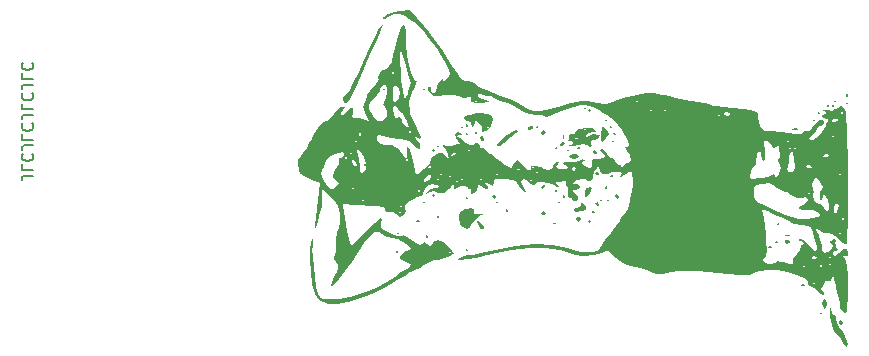
<source format=gbo>
%TF.GenerationSoftware,KiCad,Pcbnew,(6.0.9-0)*%
%TF.CreationDate,2023-03-20T13:18:36-04:00*%
%TF.ProjectId,dad_bod_02,6461645f-626f-4645-9f30-322e6b696361,rev?*%
%TF.SameCoordinates,Original*%
%TF.FileFunction,Legend,Bot*%
%TF.FilePolarity,Positive*%
%FSLAX46Y46*%
G04 Gerber Fmt 4.6, Leading zero omitted, Abs format (unit mm)*
G04 Created by KiCad (PCBNEW (6.0.9-0)) date 2023-03-20 13:18:36*
%MOMM*%
%LPD*%
G01*
G04 APERTURE LIST*
G04 Aperture macros list*
%AMRoundRect*
0 Rectangle with rounded corners*
0 $1 Rounding radius*
0 $2 $3 $4 $5 $6 $7 $8 $9 X,Y pos of 4 corners*
0 Add a 4 corners polygon primitive as box body*
4,1,4,$2,$3,$4,$5,$6,$7,$8,$9,$2,$3,0*
0 Add four circle primitives for the rounded corners*
1,1,$1+$1,$2,$3*
1,1,$1+$1,$4,$5*
1,1,$1+$1,$6,$7*
1,1,$1+$1,$8,$9*
0 Add four rect primitives between the rounded corners*
20,1,$1+$1,$2,$3,$4,$5,0*
20,1,$1+$1,$4,$5,$6,$7,0*
20,1,$1+$1,$6,$7,$8,$9,0*
20,1,$1+$1,$8,$9,$2,$3,0*%
G04 Aperture macros list end*
%ADD10C,0.150000*%
%ADD11C,1.524000*%
%ADD12R,2.200000X2.200000*%
%ADD13O,2.200000X2.200000*%
%ADD14C,3.200000*%
%ADD15C,2.300000*%
%ADD16C,1.755000*%
%ADD17C,2.025000*%
%ADD18R,1.700000X1.700000*%
%ADD19O,1.700000X1.700000*%
%ADD20RoundRect,0.250500X-0.499500X0.499500X-0.499500X-0.499500X0.499500X-0.499500X0.499500X0.499500X0*%
%ADD21C,1.500000*%
%ADD22RoundRect,0.250500X0.499500X0.499500X-0.499500X0.499500X-0.499500X-0.499500X0.499500X-0.499500X0*%
%ADD23R,1.050000X1.500000*%
%ADD24O,1.050000X1.500000*%
G04 APERTURE END LIST*
D10*
X93257619Y-101901047D02*
X92543333Y-101901047D01*
X92400476Y-101948666D01*
X92305238Y-102043904D01*
X92257619Y-102186761D01*
X92257619Y-102282000D01*
X92257619Y-100948666D02*
X92257619Y-101424857D01*
X93257619Y-101424857D01*
X92352857Y-100043904D02*
X92305238Y-100091523D01*
X92257619Y-100234380D01*
X92257619Y-100329619D01*
X92305238Y-100472476D01*
X92400476Y-100567714D01*
X92495714Y-100615333D01*
X92686190Y-100662952D01*
X92829047Y-100662952D01*
X93019523Y-100615333D01*
X93114761Y-100567714D01*
X93210000Y-100472476D01*
X93257619Y-100329619D01*
X93257619Y-100234380D01*
X93210000Y-100091523D01*
X93162380Y-100043904D01*
X93257619Y-99329619D02*
X92543333Y-99329619D01*
X92400476Y-99377238D01*
X92305238Y-99472476D01*
X92257619Y-99615333D01*
X92257619Y-99710571D01*
X92257619Y-98377238D02*
X92257619Y-98853428D01*
X93257619Y-98853428D01*
X92352857Y-97472476D02*
X92305238Y-97520095D01*
X92257619Y-97662952D01*
X92257619Y-97758190D01*
X92305238Y-97901047D01*
X92400476Y-97996285D01*
X92495714Y-98043904D01*
X92686190Y-98091523D01*
X92829047Y-98091523D01*
X93019523Y-98043904D01*
X93114761Y-97996285D01*
X93210000Y-97901047D01*
X93257619Y-97758190D01*
X93257619Y-97662952D01*
X93210000Y-97520095D01*
X93162380Y-97472476D01*
X93257619Y-96758190D02*
X92543333Y-96758190D01*
X92400476Y-96805809D01*
X92305238Y-96901047D01*
X92257619Y-97043904D01*
X92257619Y-97139142D01*
X92257619Y-95805809D02*
X92257619Y-96282000D01*
X93257619Y-96282000D01*
X92352857Y-94901047D02*
X92305238Y-94948666D01*
X92257619Y-95091523D01*
X92257619Y-95186761D01*
X92305238Y-95329619D01*
X92400476Y-95424857D01*
X92495714Y-95472476D01*
X92686190Y-95520095D01*
X92829047Y-95520095D01*
X93019523Y-95472476D01*
X93114761Y-95424857D01*
X93210000Y-95329619D01*
X93257619Y-95186761D01*
X93257619Y-95091523D01*
X93210000Y-94948666D01*
X93162380Y-94901047D01*
X93257619Y-94186761D02*
X92543333Y-94186761D01*
X92400476Y-94234380D01*
X92305238Y-94329619D01*
X92257619Y-94472476D01*
X92257619Y-94567714D01*
X92257619Y-93234380D02*
X92257619Y-93710571D01*
X93257619Y-93710571D01*
X92352857Y-92329619D02*
X92305238Y-92377238D01*
X92257619Y-92520095D01*
X92257619Y-92615333D01*
X92305238Y-92758190D01*
X92400476Y-92853428D01*
X92495714Y-92901047D01*
X92686190Y-92948666D01*
X92829047Y-92948666D01*
X93019523Y-92901047D01*
X93114761Y-92853428D01*
X93210000Y-92758190D01*
X93257619Y-92615333D01*
X93257619Y-92520095D01*
X93210000Y-92377238D01*
X93162380Y-92329619D01*
G36*
X138633121Y-99772290D02*
G01*
X138533121Y-99872290D01*
X138433121Y-99772290D01*
X138533121Y-99672290D01*
X138633121Y-99772290D01*
G37*
G36*
X136478382Y-102674583D02*
G01*
X136633121Y-102760486D01*
X136623917Y-102792568D01*
X136433121Y-102972290D01*
X136355648Y-103003540D01*
X136233121Y-102884093D01*
X136240806Y-102826040D01*
X136433121Y-102672290D01*
X136478382Y-102674583D01*
G37*
G36*
X137633121Y-99572290D02*
G01*
X137533121Y-99672290D01*
X137433121Y-99572290D01*
X137533121Y-99472290D01*
X137633121Y-99572290D01*
G37*
G36*
X162233121Y-95072290D02*
G01*
X162218687Y-95178169D01*
X162099787Y-95205623D01*
X162075851Y-95176309D01*
X162099787Y-94938956D01*
X162159944Y-94907667D01*
X162233121Y-95072290D01*
G37*
G36*
X127233121Y-103572290D02*
G01*
X127133121Y-103672290D01*
X127033121Y-103572290D01*
X127133121Y-103472290D01*
X127233121Y-103572290D01*
G37*
G36*
X140892973Y-99813339D02*
G01*
X141033121Y-99984093D01*
X141027921Y-100004053D01*
X140833121Y-100072290D01*
X140778303Y-100064150D01*
X140633121Y-99860486D01*
X140648824Y-99788147D01*
X140833121Y-99772290D01*
X140892973Y-99813339D01*
G37*
G36*
X136480926Y-98078101D02*
G01*
X136633121Y-98272290D01*
X136627309Y-98320095D01*
X136433121Y-98472290D01*
X136385315Y-98466478D01*
X136233121Y-98272290D01*
X136238932Y-98224484D01*
X136433121Y-98072290D01*
X136480926Y-98078101D01*
G37*
G36*
X139493629Y-105413281D02*
G01*
X139633121Y-105572290D01*
X139623709Y-105601218D01*
X139433121Y-105772290D01*
X139327193Y-105788308D01*
X139233121Y-105572290D01*
X139263682Y-105419783D01*
X139433121Y-105372290D01*
X139493629Y-105413281D01*
G37*
G36*
X159833121Y-96572290D02*
G01*
X159733121Y-96672290D01*
X159633121Y-96572290D01*
X159733121Y-96472290D01*
X159833121Y-96572290D01*
G37*
G36*
X130033121Y-108172290D02*
G01*
X129933121Y-108272290D01*
X129833121Y-108172290D01*
X129933121Y-108072290D01*
X130033121Y-108172290D01*
G37*
G36*
X138078382Y-99074583D02*
G01*
X138233121Y-99160486D01*
X138223917Y-99192568D01*
X138033121Y-99372290D01*
X137955648Y-99403540D01*
X137833121Y-99284093D01*
X137840806Y-99226040D01*
X138033121Y-99072290D01*
X138078382Y-99074583D01*
G37*
G36*
X140739000Y-104886723D02*
G01*
X140766454Y-105005623D01*
X140737140Y-105029559D01*
X140499787Y-105005623D01*
X140468498Y-104945466D01*
X140633121Y-104872290D01*
X140739000Y-104886723D01*
G37*
G36*
X157919306Y-97902220D02*
G01*
X157978954Y-97993123D01*
X157908196Y-98032755D01*
X157595621Y-98008912D01*
X157503047Y-97936923D01*
X157716454Y-97888079D01*
X157919306Y-97902220D01*
G37*
G36*
X160633121Y-95972290D02*
G01*
X160533121Y-96072290D01*
X160433121Y-95972290D01*
X160533121Y-95872290D01*
X160633121Y-95972290D01*
G37*
G36*
X121433121Y-100972290D02*
G01*
X121333121Y-101072290D01*
X121233121Y-100972290D01*
X121333121Y-100872290D01*
X121433121Y-100972290D01*
G37*
G36*
X141433121Y-103972290D02*
G01*
X141333121Y-104072290D01*
X141233121Y-103972290D01*
X141333121Y-103872290D01*
X141433121Y-103972290D01*
G37*
G36*
X157259963Y-107388879D02*
G01*
X157411321Y-107519585D01*
X157260770Y-107629740D01*
X157074772Y-107654253D01*
X156853638Y-107549978D01*
X156886481Y-107352262D01*
X156965527Y-107315491D01*
X157259963Y-107388879D01*
G37*
G36*
X126433121Y-104172290D02*
G01*
X126333121Y-104272290D01*
X126233121Y-104172290D01*
X126333121Y-104072290D01*
X126433121Y-104172290D01*
G37*
G36*
X130598226Y-104750311D02*
G01*
X130550976Y-105043398D01*
X130633111Y-105142403D01*
X130989173Y-105142479D01*
X131008149Y-105140021D01*
X131287974Y-105129983D01*
X131233121Y-105198787D01*
X131122657Y-105254822D01*
X130720478Y-105561880D01*
X130377962Y-105940536D01*
X130233121Y-106246230D01*
X130178214Y-106373907D01*
X129935427Y-106393143D01*
X129630738Y-106236235D01*
X129411377Y-105955308D01*
X129258960Y-105371343D01*
X129383604Y-104964881D01*
X129828700Y-104703800D01*
X129868221Y-104690485D01*
X130344458Y-104620362D01*
X130598226Y-104750311D01*
G37*
G36*
X131328701Y-98510450D02*
G01*
X131433121Y-98784093D01*
X131404341Y-98926950D01*
X131233121Y-98972290D01*
X131178500Y-98931353D01*
X131033121Y-98660486D01*
X131038845Y-98615835D01*
X131233121Y-98472290D01*
X131328701Y-98510450D01*
G37*
G36*
X130033121Y-103772290D02*
G01*
X129933121Y-103872290D01*
X129833121Y-103772290D01*
X129933121Y-103672290D01*
X130033121Y-103772290D01*
G37*
G36*
X161673815Y-114102783D02*
G01*
X161766454Y-114363492D01*
X161745879Y-114490505D01*
X161599787Y-114551688D01*
X161576405Y-114535378D01*
X161433121Y-114260486D01*
X161436319Y-114223813D01*
X161599787Y-114072290D01*
X161673815Y-114102783D01*
G37*
G36*
X129633121Y-97772290D02*
G01*
X129533121Y-97872290D01*
X129433121Y-97772290D01*
X129533121Y-97672290D01*
X129633121Y-97772290D01*
G37*
G36*
X142539000Y-98286723D02*
G01*
X142566454Y-98405623D01*
X142537140Y-98429559D01*
X142299787Y-98405623D01*
X142268498Y-98345466D01*
X142433121Y-98272290D01*
X142539000Y-98286723D01*
G37*
G36*
X142433121Y-98972290D02*
G01*
X142333121Y-99072290D01*
X142233121Y-98972290D01*
X142333121Y-98872290D01*
X142433121Y-98972290D01*
G37*
G36*
X141725513Y-97914404D02*
G01*
X141942190Y-98130577D01*
X141982971Y-98367571D01*
X141754711Y-98722290D01*
X141686309Y-98810172D01*
X141446169Y-99047002D01*
X141327290Y-98978876D01*
X141318922Y-98577456D01*
X141410316Y-97814404D01*
X141480117Y-97771208D01*
X141725513Y-97914404D01*
G37*
G36*
X142033121Y-103972290D02*
G01*
X141933121Y-104072290D01*
X141833121Y-103972290D01*
X141933121Y-103872290D01*
X142033121Y-103972290D01*
G37*
G36*
X141092973Y-101613339D02*
G01*
X141233121Y-101784093D01*
X141227921Y-101804053D01*
X141033121Y-101872290D01*
X140978303Y-101864150D01*
X140833121Y-101660486D01*
X140848824Y-101588147D01*
X141033121Y-101572290D01*
X141092973Y-101613339D01*
G37*
G36*
X127633121Y-105372290D02*
G01*
X127533121Y-105472290D01*
X127433121Y-105372290D01*
X127533121Y-105272290D01*
X127633121Y-105372290D01*
G37*
G36*
X162233121Y-95772290D02*
G01*
X162133121Y-95872290D01*
X162033121Y-95772290D01*
X162133121Y-95672290D01*
X162233121Y-95772290D01*
G37*
G36*
X160033121Y-113572290D02*
G01*
X159933121Y-113672290D01*
X159833121Y-113572290D01*
X159933121Y-113472290D01*
X160033121Y-113572290D01*
G37*
G36*
X123033121Y-94572290D02*
G01*
X122933121Y-94672290D01*
X122833121Y-94572290D01*
X122933121Y-94472290D01*
X123033121Y-94572290D01*
G37*
G36*
X140433121Y-96372290D02*
G01*
X140333121Y-96472290D01*
X140233121Y-96372290D01*
X140333121Y-96272290D01*
X140433121Y-96372290D01*
G37*
G36*
X158539000Y-111086723D02*
G01*
X158566454Y-111205623D01*
X158537140Y-111229559D01*
X158299787Y-111205623D01*
X158268498Y-111145466D01*
X158433121Y-111072290D01*
X158539000Y-111086723D01*
G37*
G36*
X130033121Y-98372290D02*
G01*
X129933121Y-98472290D01*
X129833121Y-98372290D01*
X129933121Y-98272290D01*
X130033121Y-98372290D01*
G37*
G36*
X141833121Y-97172290D02*
G01*
X141733121Y-97272290D01*
X141633121Y-97172290D01*
X141733121Y-97072290D01*
X141833121Y-97172290D01*
G37*
G36*
X159433121Y-97172290D02*
G01*
X159333121Y-97272290D01*
X159233121Y-97172290D01*
X159333121Y-97072290D01*
X159433121Y-97172290D01*
G37*
G36*
X160774267Y-113222290D02*
G01*
X160869154Y-113502823D01*
X161047031Y-113672290D01*
X161084397Y-113675431D01*
X161209436Y-113822290D01*
X161205283Y-114156016D01*
X161486679Y-114708004D01*
X161703300Y-114993783D01*
X161973143Y-115472290D01*
X162074496Y-115703404D01*
X162219430Y-116175725D01*
X162171604Y-116379369D01*
X161933121Y-116272290D01*
X161773311Y-116100339D01*
X161633121Y-115769198D01*
X161603251Y-115645295D01*
X161345574Y-115404743D01*
X161319245Y-115392278D01*
X161076720Y-115089700D01*
X160856477Y-114542703D01*
X160703175Y-113890496D01*
X160661472Y-113272290D01*
X160677633Y-113011012D01*
X160708942Y-112927693D01*
X160774267Y-113222290D01*
G37*
G36*
X122795605Y-89295531D02*
G01*
X122626360Y-89797706D01*
X122357497Y-90405857D01*
X122279538Y-90566513D01*
X121942506Y-91287979D01*
X121541410Y-92175192D01*
X121147007Y-93072290D01*
X120654555Y-94185487D01*
X120245782Y-95035589D01*
X119940990Y-95559174D01*
X119722250Y-95781389D01*
X119571629Y-95727379D01*
X119471195Y-95422290D01*
X119478401Y-95229228D01*
X119676932Y-95072290D01*
X119768746Y-95018140D01*
X120025428Y-94675007D01*
X120358178Y-94083367D01*
X120719873Y-93322290D01*
X120822408Y-93090086D01*
X121279309Y-92070640D01*
X121752560Y-91033979D01*
X122154625Y-90172290D01*
X122253572Y-89967829D01*
X122543436Y-89419298D01*
X122747407Y-89111264D01*
X122826349Y-89105857D01*
X122795605Y-89295531D01*
G37*
G36*
X139265611Y-100109793D02*
G01*
X139433121Y-100272290D01*
X139358114Y-100388535D01*
X139033121Y-100472290D01*
X138800630Y-100434786D01*
X138633121Y-100272290D01*
X138708127Y-100156044D01*
X139033121Y-100072290D01*
X139265611Y-100109793D01*
G37*
G36*
X130833121Y-98272290D02*
G01*
X130818687Y-98378169D01*
X130699787Y-98405623D01*
X130675851Y-98376309D01*
X130699787Y-98138956D01*
X130759944Y-98107667D01*
X130833121Y-98272290D01*
G37*
G36*
X156433121Y-105972290D02*
G01*
X156333121Y-106072290D01*
X156233121Y-105972290D01*
X156333121Y-105872290D01*
X156433121Y-105972290D01*
G37*
G36*
X157319306Y-106902220D02*
G01*
X157378954Y-106993123D01*
X157308196Y-107032755D01*
X156995621Y-107008912D01*
X156903047Y-106936923D01*
X157116454Y-106888079D01*
X157319306Y-106902220D01*
G37*
G36*
X136033121Y-97772290D02*
G01*
X135933121Y-97872290D01*
X135833121Y-97772290D01*
X135933121Y-97672290D01*
X136033121Y-97772290D01*
G37*
G36*
X156339000Y-107486723D02*
G01*
X156366454Y-107605623D01*
X156337140Y-107629559D01*
X156099787Y-107605623D01*
X156068498Y-107545466D01*
X156233121Y-107472290D01*
X156339000Y-107486723D01*
G37*
G36*
X139919342Y-104384064D02*
G01*
X140060353Y-104598414D01*
X140033542Y-104775029D01*
X139669342Y-104884917D01*
X139237364Y-104955378D01*
X139048827Y-104901417D01*
X139126913Y-104682333D01*
X139191740Y-104608780D01*
X139446940Y-104580831D01*
X139550576Y-104585237D01*
X139633121Y-104345867D01*
X139638056Y-104195621D01*
X139706953Y-104128408D01*
X139919342Y-104384064D01*
G37*
G36*
X132279370Y-103479975D02*
G01*
X132433121Y-103672290D01*
X132430827Y-103717551D01*
X132344924Y-103872290D01*
X132312842Y-103863086D01*
X132133121Y-103672290D01*
X132101870Y-103594817D01*
X132221317Y-103472290D01*
X132279370Y-103479975D01*
G37*
G36*
X133433121Y-104872290D02*
G01*
X133418687Y-104978169D01*
X133299787Y-105005623D01*
X133275851Y-104976309D01*
X133299787Y-104738956D01*
X133359944Y-104707667D01*
X133433121Y-104872290D01*
G37*
G36*
X139922997Y-97829989D02*
G01*
X139933121Y-97829927D01*
X140354087Y-97827347D01*
X140547795Y-97889278D01*
X140793636Y-98055540D01*
X140865611Y-98209713D01*
X140683121Y-98248605D01*
X140639483Y-98242365D01*
X140202452Y-98278512D01*
X140033121Y-98496778D01*
X140065179Y-98601475D01*
X140283121Y-98534508D01*
X140623747Y-98394262D01*
X141144924Y-98447290D01*
X141188701Y-98464729D01*
X141182092Y-98610531D01*
X140976957Y-98786695D01*
X140699919Y-98872290D01*
X140538064Y-98915243D01*
X140505446Y-99172290D01*
X140526559Y-99373611D01*
X140370702Y-99469640D01*
X140142227Y-99287024D01*
X139899348Y-99201723D01*
X139393670Y-99283604D01*
X139350041Y-99295826D01*
X138901079Y-99385500D01*
X138663034Y-99368869D01*
X138644949Y-99330574D01*
X138811591Y-99272290D01*
X138901819Y-99253902D01*
X138931104Y-99069027D01*
X138877730Y-99005557D01*
X138637953Y-98969303D01*
X138556790Y-98942491D01*
X138567140Y-98805623D01*
X139099787Y-98805623D01*
X139129101Y-98829559D01*
X139366454Y-98805623D01*
X139397743Y-98745466D01*
X139233121Y-98672290D01*
X139127241Y-98686723D01*
X139099787Y-98805623D01*
X138567140Y-98805623D01*
X138578057Y-98661254D01*
X138702265Y-98411748D01*
X139003309Y-98371549D01*
X139155853Y-98413926D01*
X139170752Y-98343254D01*
X139154438Y-98324286D01*
X139196701Y-98133597D01*
X139233121Y-98111240D01*
X139459469Y-97972290D01*
X139833121Y-97972290D01*
X139933121Y-98072290D01*
X140033121Y-97972290D01*
X139933121Y-97872290D01*
X139833121Y-97972290D01*
X139459469Y-97972290D01*
X139495045Y-97950451D01*
X139922997Y-97829989D01*
G37*
G36*
X141833121Y-102872290D02*
G01*
X141818687Y-102978169D01*
X141699787Y-103005623D01*
X141675851Y-102976309D01*
X141699787Y-102738956D01*
X141759944Y-102707667D01*
X141833121Y-102872290D01*
G37*
G36*
X140433121Y-105772290D02*
G01*
X140333121Y-105872290D01*
X140233121Y-105772290D01*
X140333121Y-105672290D01*
X140433121Y-105772290D01*
G37*
G36*
X137539000Y-105886723D02*
G01*
X137566454Y-106005623D01*
X137537140Y-106029559D01*
X137299787Y-106005623D01*
X137268498Y-105945466D01*
X137433121Y-105872290D01*
X137539000Y-105886723D01*
G37*
G36*
X124139000Y-108286723D02*
G01*
X124166454Y-108405623D01*
X124137140Y-108429559D01*
X123899787Y-108405623D01*
X123868498Y-108345466D01*
X124033121Y-108272290D01*
X124139000Y-108286723D01*
G37*
G36*
X161233121Y-95572290D02*
G01*
X161133121Y-95672290D01*
X161033121Y-95572290D01*
X161133121Y-95472290D01*
X161233121Y-95572290D01*
G37*
G36*
X142233121Y-97772290D02*
G01*
X142133121Y-97872290D01*
X142033121Y-97772290D01*
X142133121Y-97672290D01*
X142233121Y-97772290D01*
G37*
G36*
X125939000Y-105686723D02*
G01*
X125966454Y-105805623D01*
X125937140Y-105829559D01*
X125699787Y-105805623D01*
X125668498Y-105745466D01*
X125833121Y-105672290D01*
X125939000Y-105686723D01*
G37*
G36*
X138233121Y-103672290D02*
G01*
X138218687Y-103778169D01*
X138099787Y-103805623D01*
X138075851Y-103776309D01*
X138099787Y-103538956D01*
X138159944Y-103507667D01*
X138233121Y-103672290D01*
G37*
G36*
X124233121Y-106772290D02*
G01*
X124133121Y-106872290D01*
X124033121Y-106772290D01*
X124133121Y-106672290D01*
X124233121Y-106772290D01*
G37*
G36*
X134326989Y-98084690D02*
G01*
X134410695Y-98136847D01*
X134133121Y-98305141D01*
X134102292Y-98322704D01*
X133666488Y-98628327D01*
X133185207Y-99034478D01*
X133086437Y-99122245D01*
X132720944Y-99376626D01*
X132507757Y-99413593D01*
X132489301Y-99383298D01*
X132580895Y-99142134D01*
X132892048Y-98804199D01*
X133318901Y-98456353D01*
X133757595Y-98185457D01*
X134104272Y-98078371D01*
X134326989Y-98084690D01*
G37*
G36*
X142339000Y-101886723D02*
G01*
X142366454Y-102005623D01*
X142337140Y-102029559D01*
X142099787Y-102005623D01*
X142068498Y-101945466D01*
X142233121Y-101872290D01*
X142339000Y-101886723D01*
G37*
G36*
X139539000Y-99486723D02*
G01*
X139566454Y-99605623D01*
X139537140Y-99629559D01*
X139299787Y-99605623D01*
X139268498Y-99545466D01*
X139433121Y-99472290D01*
X139539000Y-99486723D01*
G37*
G36*
X136480926Y-104878101D02*
G01*
X136633121Y-105072290D01*
X136627309Y-105120095D01*
X136433121Y-105272290D01*
X136385315Y-105266478D01*
X136233121Y-105072290D01*
X136238932Y-105024484D01*
X136433121Y-104872290D01*
X136480926Y-104878101D01*
G37*
G36*
X126433121Y-94572290D02*
G01*
X126333121Y-94672290D01*
X126233121Y-94572290D01*
X126333121Y-94472290D01*
X126433121Y-94572290D01*
G37*
G36*
X127633121Y-99372290D02*
G01*
X127533121Y-99472290D01*
X127433121Y-99372290D01*
X127533121Y-99272290D01*
X127633121Y-99372290D01*
G37*
G36*
X140033121Y-96172290D02*
G01*
X139933121Y-96272290D01*
X139833121Y-96172290D01*
X139933121Y-96072290D01*
X140033121Y-96172290D01*
G37*
G36*
X130033121Y-97672290D02*
G01*
X130018687Y-97778169D01*
X129899787Y-97805623D01*
X129875851Y-97776309D01*
X129899787Y-97538956D01*
X129959944Y-97507667D01*
X130033121Y-97672290D01*
G37*
G36*
X131110053Y-105853145D02*
G01*
X131141308Y-105879850D01*
X131386257Y-106184333D01*
X131404938Y-106402131D01*
X131183121Y-106422383D01*
X131037759Y-106318736D01*
X130860053Y-105962083D01*
X130841192Y-105854300D01*
X130871861Y-105695752D01*
X131110053Y-105853145D01*
G37*
G36*
X138217331Y-98555623D02*
G01*
X138203190Y-98758475D01*
X138112287Y-98818123D01*
X138072655Y-98747365D01*
X138096498Y-98434790D01*
X138168487Y-98342216D01*
X138217331Y-98555623D01*
G37*
G36*
X135523978Y-97687698D02*
G01*
X135533121Y-97872290D01*
X135492249Y-97926339D01*
X135209514Y-98072290D01*
X135142263Y-98056881D01*
X135133121Y-97872290D01*
X135173992Y-97818240D01*
X135456727Y-97672290D01*
X135523978Y-97687698D01*
G37*
G36*
X125642781Y-97720727D02*
G01*
X125934239Y-98260154D01*
X126043502Y-98634282D01*
X125962490Y-98784007D01*
X125683121Y-98650225D01*
X125482907Y-98499295D01*
X125452285Y-98511198D01*
X125683121Y-98791484D01*
X125949838Y-99199268D01*
X126028893Y-99535459D01*
X125881230Y-99672290D01*
X125740609Y-99594396D01*
X125492681Y-99293339D01*
X125095460Y-98987532D01*
X124394571Y-98806256D01*
X124253911Y-98787956D01*
X123521881Y-98678038D01*
X122896419Y-98564459D01*
X122508537Y-98501128D01*
X122336251Y-98573222D01*
X122369745Y-98851541D01*
X122394334Y-98930971D01*
X122628208Y-99197647D01*
X123125845Y-99272290D01*
X123584649Y-99336347D01*
X124264573Y-99734436D01*
X124299787Y-99785551D01*
X124772892Y-100472290D01*
X124804418Y-100540990D01*
X124926467Y-100771836D01*
X124949852Y-100677085D01*
X124890821Y-100222290D01*
X124889975Y-100216508D01*
X124849505Y-99675857D01*
X124916045Y-99480037D01*
X125055467Y-99599945D01*
X125233641Y-100006476D01*
X125416437Y-100670524D01*
X125682265Y-101868758D01*
X125798583Y-101772290D01*
X127633121Y-101772290D01*
X127733121Y-101872290D01*
X127833121Y-101772290D01*
X132433121Y-101772290D01*
X132533121Y-101872290D01*
X132633121Y-101772290D01*
X132533121Y-101672290D01*
X132433121Y-101772290D01*
X127833121Y-101772290D01*
X127733121Y-101672290D01*
X127633121Y-101772290D01*
X125798583Y-101772290D01*
X125933121Y-101660712D01*
X126039738Y-101572290D01*
X135833121Y-101572290D01*
X135933121Y-101672290D01*
X136033121Y-101572290D01*
X135933121Y-101472290D01*
X135833121Y-101572290D01*
X126039738Y-101572290D01*
X126280892Y-101372290D01*
X134233121Y-101372290D01*
X134333121Y-101472290D01*
X134433121Y-101372290D01*
X134333121Y-101272290D01*
X134233121Y-101372290D01*
X126280892Y-101372290D01*
X126343310Y-101320524D01*
X126473022Y-101205623D01*
X126699787Y-101205623D01*
X126729101Y-101229559D01*
X126775656Y-101224864D01*
X126966454Y-101205623D01*
X126997743Y-101145466D01*
X126833121Y-101072290D01*
X126727241Y-101086723D01*
X126699787Y-101205623D01*
X126473022Y-101205623D01*
X126509666Y-101173163D01*
X126833121Y-100806322D01*
X126837196Y-100801700D01*
X126934566Y-100547181D01*
X127035805Y-100321896D01*
X127390818Y-100082391D01*
X127533121Y-100023430D01*
X127607184Y-99992743D01*
X127733121Y-99983101D01*
X127933502Y-99967759D01*
X128195675Y-100207500D01*
X128342306Y-100391197D01*
X128412455Y-100405582D01*
X128358598Y-100195896D01*
X128633121Y-100195896D01*
X128646142Y-100223254D01*
X128833121Y-100172290D01*
X128892324Y-100131200D01*
X129033121Y-99948683D01*
X129020099Y-99921325D01*
X128833121Y-99972290D01*
X128773917Y-100013379D01*
X128633121Y-100195896D01*
X128358598Y-100195896D01*
X128326850Y-100072290D01*
X128203520Y-99772290D01*
X130033121Y-99772290D01*
X130133121Y-99872290D01*
X130233121Y-99772290D01*
X130133121Y-99672290D01*
X130033121Y-99772290D01*
X128203520Y-99772290D01*
X128180266Y-99715724D01*
X127956164Y-99416214D01*
X127954306Y-99414905D01*
X127954644Y-99341814D01*
X128261302Y-99382420D01*
X128533121Y-99402341D01*
X128645136Y-99410550D01*
X128925121Y-99285233D01*
X129003195Y-99206413D01*
X129020099Y-99206240D01*
X129133121Y-99205083D01*
X129296940Y-99203406D01*
X129364758Y-99188480D01*
X129193239Y-98952100D01*
X129049765Y-98740429D01*
X128981232Y-98398136D01*
X129124630Y-98206599D01*
X129438399Y-98279784D01*
X129484887Y-98309950D01*
X129594190Y-98439796D01*
X129333121Y-98485016D01*
X129098362Y-98524400D01*
X129223999Y-98618372D01*
X129505051Y-98779532D01*
X129533121Y-98801842D01*
X129912895Y-99103686D01*
X130133121Y-99257625D01*
X130218729Y-99317465D01*
X130299787Y-99305285D01*
X130512017Y-99273393D01*
X130651730Y-99155405D01*
X130926142Y-99101303D01*
X131033121Y-99384093D01*
X131062140Y-99526894D01*
X131133121Y-99545225D01*
X131234533Y-99571416D01*
X131357761Y-99552811D01*
X131555931Y-99759613D01*
X131646787Y-99910763D01*
X131937852Y-100072289D01*
X132036272Y-100082808D01*
X132266454Y-100229514D01*
X132408557Y-100391925D01*
X132533121Y-100493646D01*
X132754328Y-100674287D01*
X133172038Y-100969751D01*
X133534653Y-101189348D01*
X133715140Y-101244108D01*
X133783536Y-101138324D01*
X133968243Y-100810374D01*
X134020436Y-100719244D01*
X134168811Y-100594956D01*
X134333121Y-100676338D01*
X134389017Y-100704023D01*
X134778579Y-101078744D01*
X135138567Y-101421568D01*
X135299787Y-101499616D01*
X135328629Y-101513579D01*
X135363960Y-101340659D01*
X135393335Y-101124459D01*
X135522183Y-101083228D01*
X135433121Y-101172290D01*
X135533121Y-101272290D01*
X135633121Y-101172290D01*
X135538756Y-101077925D01*
X135633121Y-101047728D01*
X135762497Y-101076309D01*
X135933121Y-101098519D01*
X136183121Y-101131061D01*
X136273466Y-101142326D01*
X136433121Y-101262766D01*
X136507715Y-101334549D01*
X136833121Y-101386575D01*
X137065970Y-101342217D01*
X137233121Y-101150830D01*
X137278904Y-101013549D01*
X137561409Y-100789109D01*
X137585231Y-100780079D01*
X137779206Y-100746352D01*
X137656305Y-100944354D01*
X137533373Y-101180369D01*
X137728016Y-101342656D01*
X137883096Y-101380696D01*
X138338999Y-101342359D01*
X138421982Y-101307951D01*
X138451141Y-101272290D01*
X138833121Y-101272290D01*
X138838932Y-101320095D01*
X139033121Y-101472290D01*
X139080926Y-101466478D01*
X139233121Y-101272290D01*
X139227309Y-101224484D01*
X139033121Y-101072290D01*
X138985315Y-101078101D01*
X138833121Y-101272290D01*
X138451141Y-101272290D01*
X138525385Y-101181492D01*
X138295999Y-100969877D01*
X138118211Y-100813813D01*
X138206492Y-100747705D01*
X138640121Y-100759644D01*
X138685572Y-100762145D01*
X139033121Y-100741981D01*
X139224664Y-100730868D01*
X139587954Y-100609903D01*
X139726831Y-100532105D01*
X139971287Y-100543789D01*
X140002828Y-100592029D01*
X139872731Y-100672290D01*
X139718202Y-100723439D01*
X139734214Y-100904403D01*
X139941653Y-101108250D01*
X140258816Y-101219234D01*
X140262220Y-101219487D01*
X140565032Y-101160838D01*
X140572324Y-100861402D01*
X140544889Y-100711194D01*
X140647222Y-100519634D01*
X141051844Y-100472290D01*
X141472722Y-100424327D01*
X141616813Y-100241416D01*
X141393120Y-99912289D01*
X141259947Y-99740001D01*
X141386084Y-99672290D01*
X141574447Y-99757752D01*
X141836118Y-100077891D01*
X142013412Y-100309951D01*
X142228756Y-100374987D01*
X142363647Y-100394265D01*
X142533121Y-100672290D01*
X142651543Y-100897099D01*
X142847520Y-100963390D01*
X142929918Y-100939728D01*
X143048910Y-101110486D01*
X143075139Y-101259829D01*
X143165577Y-101122290D01*
X143228625Y-101023508D01*
X143549787Y-100872290D01*
X143681728Y-100836945D01*
X143819764Y-100574928D01*
X143764102Y-100176946D01*
X143518835Y-99786575D01*
X143415712Y-99680561D01*
X143313207Y-99508606D01*
X143508629Y-99472290D01*
X143686598Y-99431594D01*
X143694781Y-99237121D01*
X143525868Y-98785780D01*
X143110046Y-98048164D01*
X142499809Y-97311818D01*
X141855185Y-96788712D01*
X141827088Y-96772290D01*
X151233121Y-96772290D01*
X151333121Y-96872290D01*
X151433121Y-96772290D01*
X151333121Y-96672290D01*
X151733121Y-96672290D01*
X151774057Y-96726910D01*
X152044924Y-96872290D01*
X152089575Y-96866565D01*
X152233121Y-96672290D01*
X152194960Y-96576709D01*
X151921317Y-96472290D01*
X151778460Y-96501069D01*
X151733121Y-96672290D01*
X151333121Y-96672290D01*
X151233121Y-96772290D01*
X141827088Y-96772290D01*
X141482958Y-96571153D01*
X141129634Y-96372290D01*
X145433121Y-96372290D01*
X145533121Y-96472290D01*
X145633121Y-96372290D01*
X146633121Y-96372290D01*
X146733121Y-96472290D01*
X146833121Y-96372290D01*
X146733121Y-96272290D01*
X146633121Y-96372290D01*
X145633121Y-96372290D01*
X145533121Y-96272290D01*
X145433121Y-96372290D01*
X141129634Y-96372290D01*
X140833737Y-96205749D01*
X140375562Y-95999595D01*
X140000528Y-95924128D01*
X139600732Y-95950785D01*
X139068269Y-96051004D01*
X138655602Y-96149268D01*
X137891502Y-96396329D01*
X137299573Y-96665583D01*
X137156208Y-96746811D01*
X136782817Y-96917427D01*
X136633116Y-96915544D01*
X136591286Y-96870923D01*
X136268086Y-96786598D01*
X135729994Y-96737441D01*
X134922116Y-96600644D01*
X134214653Y-96187441D01*
X134112291Y-96105969D01*
X133597402Y-95797261D01*
X133162277Y-95672290D01*
X132782186Y-95601379D01*
X132277622Y-95360949D01*
X131971479Y-95175951D01*
X131833120Y-95155999D01*
X131688631Y-95174641D01*
X131315925Y-95065752D01*
X131202764Y-95024497D01*
X130908766Y-94969450D01*
X130882424Y-95120702D01*
X131105625Y-95331320D01*
X131549620Y-95498627D01*
X131729831Y-95542322D01*
X131912631Y-95633286D01*
X131710353Y-95691673D01*
X131133121Y-95712290D01*
X130836915Y-95710154D01*
X130415090Y-95676964D01*
X130267519Y-95574898D01*
X130268019Y-95572290D01*
X130633121Y-95572290D01*
X130733121Y-95672290D01*
X130833121Y-95572290D01*
X130733121Y-95472290D01*
X130633121Y-95572290D01*
X130268019Y-95572290D01*
X130307222Y-95367662D01*
X130326381Y-95314833D01*
X130315752Y-95161057D01*
X130044753Y-95266064D01*
X129801026Y-95354531D01*
X129599255Y-95288526D01*
X129566173Y-95245325D01*
X129254448Y-95122065D01*
X128764218Y-95046991D01*
X128265697Y-95037996D01*
X127929101Y-95112970D01*
X127670294Y-95195277D01*
X127206205Y-95144848D01*
X126804421Y-94938231D01*
X126633120Y-94637171D01*
X126673454Y-94430511D01*
X126836383Y-94374306D01*
X126899499Y-94429243D01*
X126924579Y-94686109D01*
X126909953Y-94781490D01*
X127121317Y-94872290D01*
X127321422Y-94783849D01*
X127433121Y-94393687D01*
X127502220Y-94066975D01*
X127743508Y-93795978D01*
X127924771Y-93759707D01*
X127912781Y-93924580D01*
X127906210Y-93936504D01*
X127936626Y-93979368D01*
X128176818Y-93772290D01*
X128442865Y-93467699D01*
X128531274Y-93272290D01*
X128489321Y-93183511D01*
X128317889Y-92809324D01*
X128072214Y-92266988D01*
X127966186Y-92048516D01*
X127526336Y-91303923D01*
X127051679Y-90666988D01*
X126868430Y-90452520D01*
X126559761Y-90051534D01*
X126436315Y-89826940D01*
X126321756Y-89669931D01*
X125966524Y-89333958D01*
X125454932Y-88908378D01*
X125337477Y-88816499D01*
X124747565Y-88408169D01*
X124293706Y-88228664D01*
X123854932Y-88226427D01*
X123828927Y-88230398D01*
X123407250Y-88346693D01*
X123233120Y-88494989D01*
X123217623Y-88557158D01*
X122990263Y-88672290D01*
X122933228Y-88670270D01*
X122804545Y-88591478D01*
X122954094Y-88432899D01*
X123298451Y-88242371D01*
X123754191Y-88067736D01*
X124237890Y-87956834D01*
X125133121Y-87836631D01*
X126333121Y-89272640D01*
X126457019Y-89422948D01*
X127174187Y-90350027D01*
X127919119Y-91388432D01*
X128549020Y-92340469D01*
X128709059Y-92595606D01*
X129166170Y-93284533D01*
X129501856Y-93696327D01*
X129770200Y-93888857D01*
X130025291Y-93919992D01*
X130349292Y-93951430D01*
X130711353Y-94176343D01*
X130733121Y-94197770D01*
X130771063Y-94235119D01*
X131162475Y-94468895D01*
X131795518Y-94756554D01*
X132565847Y-95048995D01*
X132784630Y-95126836D01*
X133599813Y-95450838D01*
X134295663Y-95776105D01*
X134740858Y-96042644D01*
X135137333Y-96297090D01*
X135598404Y-96430697D01*
X136181836Y-96421520D01*
X136970653Y-96267665D01*
X138047875Y-95967241D01*
X138459553Y-95845777D01*
X139187621Y-95654966D01*
X139716775Y-95576034D01*
X140171942Y-95596467D01*
X140678049Y-95703751D01*
X141011845Y-95780997D01*
X141624275Y-95840266D01*
X142078049Y-95721593D01*
X142089279Y-95716172D01*
X142474464Y-95572290D01*
X144233121Y-95572290D01*
X144333121Y-95672290D01*
X144433121Y-95572290D01*
X144333121Y-95472290D01*
X144233121Y-95572290D01*
X142474464Y-95572290D01*
X142521372Y-95554768D01*
X143196213Y-95349517D01*
X143972738Y-95143460D01*
X144333121Y-95060759D01*
X144616375Y-94995757D01*
X145271020Y-94900137D01*
X145533121Y-94907740D01*
X145834522Y-94916484D01*
X146472738Y-95037785D01*
X146733121Y-95097271D01*
X147056902Y-95171241D01*
X148033190Y-95380109D01*
X148921608Y-95554329D01*
X149621727Y-95674610D01*
X150033121Y-95721663D01*
X150160346Y-95734517D01*
X150533121Y-95875547D01*
X150569545Y-95894750D01*
X150932939Y-95984561D01*
X151333121Y-96045107D01*
X151557708Y-96079086D01*
X151921317Y-96117393D01*
X152333121Y-96160778D01*
X152398734Y-96166400D01*
X153384532Y-96261688D01*
X154036991Y-96357986D01*
X154418863Y-96473888D01*
X154592899Y-96627984D01*
X154621851Y-96838866D01*
X154619193Y-96871718D01*
X154680031Y-97439675D01*
X154898073Y-97896276D01*
X155206447Y-98097545D01*
X155236152Y-98099764D01*
X155314923Y-98105650D01*
X155807310Y-98140527D01*
X156433121Y-98183310D01*
X156629168Y-98198215D01*
X157133121Y-98252254D01*
X157329568Y-98273319D01*
X157333121Y-98273888D01*
X157733121Y-98337945D01*
X157883121Y-98361966D01*
X158264105Y-98392899D01*
X158433121Y-98254803D01*
X158479337Y-98154121D01*
X158740691Y-98147520D01*
X158779722Y-98150850D01*
X158932231Y-98163861D01*
X159178297Y-97918918D01*
X159195888Y-97875522D01*
X159459003Y-97492555D01*
X159800939Y-97230708D01*
X160080915Y-97201828D01*
X160184750Y-97295522D01*
X160201200Y-97545746D01*
X159933121Y-97672290D01*
X159794213Y-97701104D01*
X159633121Y-97924180D01*
X159532076Y-98149155D01*
X159203744Y-98444221D01*
X159192189Y-98451477D01*
X158927653Y-98688693D01*
X159022288Y-98865595D01*
X159254145Y-98879834D01*
X159487879Y-98738214D01*
X159644115Y-98643550D01*
X159709050Y-98572290D01*
X160833121Y-98572290D01*
X160933121Y-98672290D01*
X161033121Y-98572290D01*
X160933121Y-98472290D01*
X160833121Y-98572290D01*
X159709050Y-98572290D01*
X160051333Y-98196670D01*
X160352775Y-97677361D01*
X160384742Y-97622290D01*
X160482583Y-97380317D01*
X160496295Y-97266013D01*
X160833121Y-97266013D01*
X160875589Y-97348772D01*
X160933121Y-97347843D01*
X161133121Y-97344615D01*
X161261257Y-97286830D01*
X161276729Y-97279853D01*
X161433121Y-97150892D01*
X161399962Y-97115080D01*
X161133121Y-97072290D01*
X160995208Y-97094113D01*
X160833121Y-97266013D01*
X160496295Y-97266013D01*
X160512382Y-97131910D01*
X160328833Y-97072290D01*
X160194808Y-97050429D01*
X160033121Y-96872290D01*
X160050679Y-96798635D01*
X160283121Y-96669227D01*
X160398645Y-96629371D01*
X160324552Y-96550445D01*
X161664544Y-96550445D01*
X161712287Y-96818123D01*
X161780560Y-96815026D01*
X161817331Y-96555623D01*
X161785304Y-96359033D01*
X161696498Y-96434790D01*
X161664544Y-96550445D01*
X160324552Y-96550445D01*
X160233121Y-96453050D01*
X160141592Y-96382164D01*
X160142459Y-96306660D01*
X160491494Y-96362025D01*
X160887326Y-96391572D01*
X161133121Y-96274485D01*
X161374460Y-96159521D01*
X161533121Y-96016236D01*
X161551828Y-95999342D01*
X161742849Y-95986995D01*
X161785304Y-96051705D01*
X161833121Y-96124588D01*
X161950572Y-96303609D01*
X162025396Y-96544046D01*
X162093938Y-97048912D01*
X162146218Y-97829758D01*
X162183665Y-98917554D01*
X162207708Y-100343270D01*
X162219776Y-102137876D01*
X162220457Y-103561449D01*
X162213366Y-104861794D01*
X162199400Y-105978338D01*
X162179479Y-106857036D01*
X162154522Y-107443840D01*
X162125448Y-107684704D01*
X162070448Y-107710789D01*
X161799047Y-107586002D01*
X161412969Y-107251675D01*
X161365692Y-107204158D01*
X160866932Y-106820317D01*
X160571515Y-106772290D01*
X161433121Y-106772290D01*
X161533121Y-106872290D01*
X161633121Y-106772290D01*
X161533121Y-106672290D01*
X161433121Y-106772290D01*
X160571515Y-106772290D01*
X160493888Y-106759670D01*
X160201625Y-106758490D01*
X159799781Y-106542118D01*
X159691403Y-106445061D01*
X159529807Y-106332043D01*
X159545639Y-106475394D01*
X159728704Y-106930872D01*
X159770463Y-107034651D01*
X159957239Y-107616496D01*
X159985304Y-107782696D01*
X160033121Y-108065866D01*
X160047044Y-108202745D01*
X160232584Y-108442778D01*
X160536390Y-108399628D01*
X160733121Y-108182605D01*
X160833121Y-108072290D01*
X160946680Y-107778985D01*
X160828354Y-107672290D01*
X160752943Y-107656410D01*
X160733121Y-107472290D01*
X160773857Y-107419251D01*
X161078257Y-107272290D01*
X161149887Y-107280914D01*
X161173491Y-107398586D01*
X161137795Y-107546331D01*
X161247194Y-107898586D01*
X161249060Y-107902079D01*
X161341308Y-108194109D01*
X161146434Y-108272290D01*
X161001189Y-108310100D01*
X160954861Y-108556826D01*
X160994398Y-108641388D01*
X161151876Y-108699386D01*
X161448584Y-108456826D01*
X161862028Y-108133261D01*
X162137454Y-108134347D01*
X162233121Y-108484093D01*
X162186642Y-108736134D01*
X161983121Y-108745701D01*
X161973527Y-108739975D01*
X161844549Y-108699722D01*
X161992607Y-108915821D01*
X162082449Y-109096014D01*
X162171017Y-109582486D01*
X162209788Y-110372896D01*
X162202554Y-111514159D01*
X162186092Y-112221490D01*
X162159356Y-112956829D01*
X162118360Y-113387979D01*
X162050700Y-113571804D01*
X161943972Y-113565169D01*
X161785772Y-113424941D01*
X161571820Y-113133854D01*
X161535074Y-112869128D01*
X161567965Y-112703633D01*
X161463952Y-112326423D01*
X161441513Y-112280234D01*
X161290531Y-111808448D01*
X161174917Y-111209171D01*
X161173810Y-111200879D01*
X161075230Y-110678816D01*
X160963157Y-110355460D01*
X160871238Y-110294681D01*
X160833121Y-110560354D01*
X160770589Y-110788457D01*
X160489217Y-110783117D01*
X160313416Y-110731455D01*
X160279693Y-110785528D01*
X160297997Y-110930838D01*
X160108819Y-111225162D01*
X160092274Y-111241843D01*
X159916005Y-111506195D01*
X160062551Y-111690478D01*
X160171024Y-111782963D01*
X160193995Y-111978082D01*
X159982017Y-111946024D01*
X159649787Y-111688956D01*
X159306822Y-111401530D01*
X159033121Y-111272290D01*
X158942748Y-111240267D01*
X158833121Y-110977426D01*
X158831949Y-110972290D01*
X159233121Y-110972290D01*
X159333121Y-111072290D01*
X159433121Y-110972290D01*
X159333121Y-110872290D01*
X159233121Y-110972290D01*
X158831949Y-110972290D01*
X158804247Y-110850849D01*
X158490790Y-110541447D01*
X157907378Y-110272416D01*
X157147593Y-110060885D01*
X156305013Y-109923984D01*
X155473219Y-109878841D01*
X154745792Y-109942586D01*
X154216311Y-110132348D01*
X154090277Y-110206951D01*
X153836110Y-110302699D01*
X153489311Y-110344646D01*
X152973880Y-110333294D01*
X152213816Y-110269144D01*
X151133121Y-110152698D01*
X150555325Y-110090086D01*
X149466704Y-109994590D01*
X148617542Y-109964499D01*
X147900103Y-109998207D01*
X147206655Y-110094107D01*
X146604777Y-110191415D01*
X146076404Y-110232246D01*
X145719843Y-110170625D01*
X145412153Y-110000114D01*
X144933924Y-109779684D01*
X144318627Y-109672290D01*
X144267295Y-109670316D01*
X143892901Y-109572290D01*
X158433121Y-109572290D01*
X158533121Y-109672290D01*
X158633121Y-109572290D01*
X158611276Y-109550445D01*
X159864544Y-109550445D01*
X159912287Y-109818123D01*
X159980560Y-109815026D01*
X160017331Y-109555623D01*
X159987464Y-109372290D01*
X160633121Y-109372290D01*
X160733121Y-109472290D01*
X160833121Y-109372290D01*
X160733121Y-109272290D01*
X160633121Y-109372290D01*
X159987464Y-109372290D01*
X159985304Y-109359033D01*
X159896498Y-109434790D01*
X159864544Y-109550445D01*
X158611276Y-109550445D01*
X158533121Y-109472290D01*
X158433121Y-109572290D01*
X143892901Y-109572290D01*
X143775999Y-109541682D01*
X143189557Y-109263755D01*
X142625344Y-108909084D01*
X142200739Y-108550214D01*
X142033121Y-108259694D01*
X141908302Y-108200859D01*
X141588619Y-108360949D01*
X141385521Y-108466997D01*
X140725483Y-108623340D01*
X139913169Y-108665426D01*
X139108947Y-108591298D01*
X138473189Y-108398996D01*
X137822606Y-108160916D01*
X136657473Y-107987128D01*
X135259794Y-107998040D01*
X133699936Y-108191817D01*
X132048267Y-108566622D01*
X131675974Y-108662045D01*
X130768346Y-108852682D01*
X129948267Y-108978227D01*
X129431900Y-109031529D01*
X129156722Y-109038682D01*
X129203986Y-108969813D01*
X129533121Y-108808320D01*
X129573637Y-108789668D01*
X130009017Y-108625494D01*
X130256364Y-108595385D01*
X130374819Y-108593752D01*
X130817426Y-108517720D01*
X131499302Y-108369579D01*
X132332009Y-108167557D01*
X134002714Y-107828431D01*
X135736129Y-107672368D01*
X137276445Y-107749954D01*
X138558675Y-108062287D01*
X138955477Y-108194843D01*
X139641401Y-108352331D01*
X140158675Y-108384990D01*
X140608458Y-108334116D01*
X140983121Y-108295094D01*
X141073905Y-108271136D01*
X141233121Y-108043852D01*
X141233154Y-108041847D01*
X141358919Y-107780480D01*
X141681878Y-107321133D01*
X142133121Y-106761954D01*
X142141802Y-106751781D01*
X142591127Y-106195293D01*
X142911159Y-105742439D01*
X143033121Y-105490391D01*
X143040862Y-105427310D01*
X143213555Y-105272290D01*
X143375890Y-105144006D01*
X143530009Y-104805038D01*
X154947889Y-104805038D01*
X155013875Y-105041921D01*
X155025221Y-105065404D01*
X155127833Y-105454284D01*
X155215373Y-106067349D01*
X155282102Y-106801079D01*
X155322283Y-107551956D01*
X155330180Y-108216462D01*
X155300054Y-108691080D01*
X155226169Y-108872290D01*
X155184891Y-108874057D01*
X155027989Y-108988858D01*
X155137324Y-109197589D01*
X155458090Y-109380214D01*
X155733070Y-109419241D01*
X156033121Y-109272290D01*
X156196741Y-109146991D01*
X156658151Y-109188669D01*
X156783293Y-109229967D01*
X157321280Y-109375792D01*
X157560717Y-109354386D01*
X157557700Y-109164222D01*
X157605267Y-108908885D01*
X159155738Y-108908885D01*
X159194802Y-108953679D01*
X159333121Y-108959203D01*
X159446940Y-108963748D01*
X159503297Y-108927386D01*
X159613660Y-108782585D01*
X159549538Y-108772290D01*
X160633121Y-108772290D01*
X160733121Y-108872290D01*
X160833121Y-108772290D01*
X160733121Y-108672290D01*
X160633121Y-108772290D01*
X159549538Y-108772290D01*
X159341918Y-108738956D01*
X159214973Y-108760007D01*
X159155738Y-108908885D01*
X157605267Y-108908885D01*
X157612304Y-108871109D01*
X157908210Y-108527616D01*
X158201505Y-108209141D01*
X158282443Y-107920258D01*
X158273125Y-107810837D01*
X158466454Y-107652353D01*
X158509207Y-107592245D01*
X158233121Y-107472290D01*
X157955166Y-107378985D01*
X157887251Y-107316770D01*
X158178510Y-107292226D01*
X158533121Y-107381205D01*
X158534620Y-107381581D01*
X158951512Y-107772290D01*
X159231230Y-108121784D01*
X159341918Y-108195860D01*
X159456122Y-108272290D01*
X159585076Y-108189131D01*
X159577556Y-107837192D01*
X159384551Y-107172290D01*
X159221523Y-106681294D01*
X159112104Y-106322290D01*
X159096894Y-106288353D01*
X158812377Y-106131705D01*
X158289397Y-106067842D01*
X157640527Y-105965444D01*
X157033121Y-105672290D01*
X156924772Y-105605623D01*
X161699787Y-105605623D01*
X161729101Y-105629559D01*
X161966454Y-105605623D01*
X161997743Y-105545466D01*
X161833121Y-105472290D01*
X161727241Y-105486723D01*
X161699787Y-105605623D01*
X156924772Y-105605623D01*
X156586858Y-105397706D01*
X156194924Y-105276737D01*
X156019415Y-105252941D01*
X155748041Y-105096431D01*
X155618134Y-104979882D01*
X155239707Y-104816062D01*
X155179852Y-104801166D01*
X154947889Y-104805038D01*
X143530009Y-104805038D01*
X143572839Y-104710837D01*
X143752983Y-104073914D01*
X143890254Y-103370284D01*
X154233121Y-103370284D01*
X154253955Y-103694609D01*
X154429715Y-104036671D01*
X154883121Y-104280531D01*
X155179852Y-104405942D01*
X155300151Y-104456786D01*
X155995155Y-104770816D01*
X156733121Y-105120202D01*
X157449293Y-105434066D01*
X158082130Y-105600227D01*
X158633121Y-105587962D01*
X158688411Y-105578891D01*
X159225333Y-105492959D01*
X159583121Y-105439222D01*
X159673041Y-105417572D01*
X159833121Y-105263445D01*
X159681714Y-104986347D01*
X159631381Y-104963962D01*
X161063313Y-104963962D01*
X161099360Y-105189116D01*
X161229087Y-105072290D01*
X161302088Y-104948634D01*
X161422907Y-104496310D01*
X161274608Y-104197930D01*
X161261257Y-104191973D01*
X161144678Y-104330924D01*
X161073637Y-104736127D01*
X161063313Y-104963962D01*
X159631381Y-104963962D01*
X159253477Y-104795892D01*
X158673950Y-104772185D01*
X158408097Y-104788734D01*
X158083793Y-104716270D01*
X158079102Y-104555815D01*
X158433121Y-104372290D01*
X158666283Y-104240120D01*
X158833121Y-103937130D01*
X158831665Y-103896804D01*
X158704093Y-103719767D01*
X158309602Y-103760321D01*
X157912809Y-103792264D01*
X157388604Y-103532003D01*
X157193560Y-103372290D01*
X158833121Y-103372290D01*
X158933121Y-103472290D01*
X159033121Y-103372290D01*
X158933121Y-103272290D01*
X158833121Y-103372290D01*
X157193560Y-103372290D01*
X157110361Y-103304162D01*
X156962123Y-103235199D01*
X156868962Y-103261163D01*
X156559568Y-103157664D01*
X156190980Y-102949988D01*
X155923621Y-102718023D01*
X155914026Y-102706260D01*
X159148097Y-102706260D01*
X159235842Y-102973971D01*
X159299345Y-103029463D01*
X159323473Y-103287899D01*
X159294113Y-103348441D01*
X159292957Y-103732024D01*
X159474159Y-104104806D01*
X159752875Y-104272290D01*
X159901046Y-104306352D01*
X160160795Y-104572290D01*
X160235881Y-104713127D01*
X160454518Y-104872290D01*
X160592920Y-104760561D01*
X160626940Y-104409364D01*
X160529747Y-103960292D01*
X160316793Y-103560515D01*
X160202287Y-103423630D01*
X160068877Y-103314051D01*
X160108059Y-103515884D01*
X160135859Y-103714499D01*
X160024386Y-103977688D01*
X159896155Y-103928381D01*
X159833121Y-103600760D01*
X159884678Y-103264544D01*
X160050874Y-103033038D01*
X160102946Y-102849401D01*
X159878254Y-102478361D01*
X159487879Y-101996269D01*
X159259959Y-102422141D01*
X159148097Y-102706260D01*
X155914026Y-102706260D01*
X155899429Y-102688364D01*
X155567398Y-102532431D01*
X154973621Y-102577887D01*
X154955141Y-102581369D01*
X154475819Y-102710127D01*
X154274245Y-102931259D01*
X154233121Y-103370284D01*
X143890254Y-103370284D01*
X143896157Y-103340028D01*
X143982202Y-102615972D01*
X143990953Y-102008536D01*
X143963796Y-101890966D01*
X153960898Y-101890966D01*
X153985151Y-102144262D01*
X154204174Y-102206128D01*
X154718236Y-102141734D01*
X154878978Y-102114314D01*
X155434382Y-101975216D01*
X155567398Y-101916203D01*
X155783121Y-101820497D01*
X155941756Y-101731510D01*
X156033121Y-101872290D01*
X156078835Y-102013857D01*
X156299922Y-101899842D01*
X156406082Y-101772290D01*
X161433121Y-101772290D01*
X161533121Y-101872290D01*
X161633121Y-101772290D01*
X161533121Y-101672290D01*
X161433121Y-101772290D01*
X156406082Y-101772290D01*
X156426351Y-101747937D01*
X156527271Y-101283475D01*
X157091883Y-101283475D01*
X157106695Y-101569289D01*
X157397094Y-101620013D01*
X157630230Y-101547902D01*
X157768089Y-101280900D01*
X157744148Y-101078566D01*
X158633121Y-101078566D01*
X158666917Y-101167623D01*
X158933121Y-101272290D01*
X159069804Y-101263602D01*
X159233121Y-101193687D01*
X159196274Y-101141921D01*
X158933121Y-100999964D01*
X158779722Y-100968523D01*
X158633121Y-101078566D01*
X157744148Y-101078566D01*
X157686972Y-100595340D01*
X157642621Y-100331730D01*
X160140270Y-100331730D01*
X160343306Y-100340706D01*
X160421642Y-100309199D01*
X160620356Y-100158478D01*
X160454077Y-99985242D01*
X160352775Y-99968138D01*
X160164263Y-100163253D01*
X160140270Y-100331730D01*
X157642621Y-100331730D01*
X157610184Y-100138931D01*
X157527902Y-99925271D01*
X157419836Y-99872290D01*
X157302924Y-99970915D01*
X157230390Y-100322290D01*
X157210503Y-100631935D01*
X157109910Y-101211402D01*
X157091883Y-101283475D01*
X156527271Y-101283475D01*
X156532197Y-101260806D01*
X156372406Y-100735855D01*
X156329022Y-100632985D01*
X156405044Y-100439372D01*
X156480116Y-100317093D01*
X156431316Y-99972290D01*
X156366916Y-99705887D01*
X156378779Y-99572290D01*
X157233121Y-99572290D01*
X157333121Y-99672290D01*
X157433121Y-99572290D01*
X157633121Y-99572290D01*
X157733121Y-99672290D01*
X157833121Y-99572290D01*
X157733121Y-99472290D01*
X157633121Y-99572290D01*
X157433121Y-99572290D01*
X157333121Y-99472290D01*
X157233121Y-99572290D01*
X156378779Y-99572290D01*
X156396539Y-99372290D01*
X156404256Y-99300485D01*
X156213271Y-99412121D01*
X156175326Y-99441736D01*
X155914005Y-99522869D01*
X155673185Y-99262121D01*
X155457708Y-98976596D01*
X155446802Y-98972290D01*
X157033121Y-98972290D01*
X157133121Y-99072290D01*
X157233121Y-98972290D01*
X157133121Y-98872290D01*
X157033121Y-98972290D01*
X155446802Y-98972290D01*
X155236152Y-98889117D01*
X155132084Y-99160570D01*
X155164131Y-99772290D01*
X155188781Y-99974262D01*
X155194167Y-100500582D01*
X155060305Y-100672290D01*
X154903533Y-100521368D01*
X154830058Y-100122290D01*
X154825615Y-99947278D01*
X154771738Y-99737000D01*
X154633121Y-99872290D01*
X154523142Y-100120722D01*
X154436183Y-100622290D01*
X154395439Y-100902545D01*
X154255820Y-101072290D01*
X154254325Y-101072310D01*
X154104139Y-101249244D01*
X153990936Y-101669038D01*
X153960898Y-101890966D01*
X143963796Y-101890966D01*
X143902250Y-101624513D01*
X143895350Y-101615717D01*
X143666611Y-101625644D01*
X143272691Y-101821060D01*
X143017754Y-101977442D01*
X142868977Y-102028408D01*
X142978215Y-101854255D01*
X143076518Y-101712233D01*
X143040475Y-101581941D01*
X142671880Y-101568918D01*
X142249747Y-101623941D01*
X141868025Y-101750717D01*
X141804217Y-101782358D01*
X141459569Y-101750781D01*
X141200965Y-101482544D01*
X141169617Y-101107667D01*
X141178153Y-101080936D01*
X141156045Y-100986943D01*
X140948326Y-101219523D01*
X140741963Y-101599372D01*
X140673718Y-101996804D01*
X140654058Y-102184300D01*
X140382168Y-102382014D01*
X140203630Y-102379363D01*
X140148926Y-102246716D01*
X140079194Y-102145231D01*
X139699878Y-102190095D01*
X139307626Y-102308323D01*
X138995994Y-102461306D01*
X138925067Y-102576888D01*
X139161787Y-102603623D01*
X139370826Y-102635477D01*
X139533121Y-102872290D01*
X139465510Y-103043933D01*
X139133121Y-103137074D01*
X138965286Y-103124928D01*
X138850830Y-103165582D01*
X139083121Y-103359123D01*
X139374243Y-103678422D01*
X139397375Y-103955542D01*
X139133121Y-104072290D01*
X138994924Y-104048324D01*
X138833120Y-103860486D01*
X138823651Y-103796263D01*
X138665772Y-103752110D01*
X138659895Y-103755390D01*
X138556398Y-103645606D01*
X138533619Y-103263913D01*
X138533801Y-103260816D01*
X138505454Y-102845059D01*
X138389164Y-102672290D01*
X138336043Y-102661937D01*
X138322270Y-102489846D01*
X138323489Y-102397877D01*
X138084073Y-102374544D01*
X137893263Y-102408646D01*
X137533121Y-102460050D01*
X137473014Y-102505696D01*
X137633121Y-102672290D01*
X137773791Y-102791146D01*
X137694924Y-102869227D01*
X137624207Y-102863014D01*
X137346778Y-102694387D01*
X137229621Y-102606520D01*
X136856228Y-102490862D01*
X136393424Y-102423939D01*
X135999594Y-102424789D01*
X135833121Y-102512450D01*
X135819939Y-102576904D01*
X135619594Y-102674343D01*
X135321056Y-102599411D01*
X135110292Y-102384918D01*
X135020533Y-102259990D01*
X134709392Y-102209070D01*
X134585487Y-102270344D01*
X134535061Y-102442325D01*
X134730554Y-102796441D01*
X134915036Y-103130561D01*
X134923445Y-103272290D01*
X134908891Y-103271378D01*
X134641184Y-103106130D01*
X134362067Y-102783226D01*
X134233120Y-102486575D01*
X134134871Y-102346490D01*
X133783121Y-102241045D01*
X133361766Y-102213529D01*
X132710175Y-102185873D01*
X132367000Y-102202823D01*
X132271162Y-102265361D01*
X132281342Y-102514723D01*
X132203165Y-102797759D01*
X131993120Y-102712289D01*
X131856046Y-102600207D01*
X131543120Y-102475352D01*
X131476265Y-102510129D01*
X131627328Y-102664477D01*
X131762313Y-102787952D01*
X131773995Y-102998082D01*
X131665518Y-103040011D01*
X131389787Y-102908956D01*
X131257743Y-102799132D01*
X130959787Y-102672290D01*
X130908839Y-102677685D01*
X130890263Y-102796099D01*
X130911162Y-102838547D01*
X130821053Y-103081742D01*
X130580572Y-103347431D01*
X130326008Y-103472290D01*
X130273064Y-103427091D01*
X130309432Y-103161902D01*
X130344481Y-103005897D01*
X130230830Y-102973705D01*
X130157326Y-103006271D01*
X130033121Y-102917426D01*
X130025263Y-102873357D01*
X129812378Y-102748551D01*
X129439493Y-102765855D01*
X129083121Y-102924040D01*
X128898465Y-102995961D01*
X128830172Y-102746778D01*
X128822839Y-102609953D01*
X128752877Y-102566134D01*
X128574348Y-102872290D01*
X128435748Y-103068715D01*
X128041699Y-103337925D01*
X127616884Y-103411846D01*
X127316056Y-103244678D01*
X127140311Y-103186300D01*
X126770983Y-103296230D01*
X126667413Y-103348323D01*
X126463734Y-103421294D01*
X126556981Y-103282911D01*
X126717412Y-103155597D01*
X127156981Y-102973731D01*
X127374727Y-102932798D01*
X127633121Y-102884529D01*
X127645732Y-102850737D01*
X127460981Y-102693741D01*
X127040816Y-102584018D01*
X126586806Y-102759173D01*
X126310925Y-103189519D01*
X126203640Y-103484972D01*
X126063113Y-103624500D01*
X126036787Y-103623217D01*
X125740086Y-103718371D01*
X125280889Y-103937459D01*
X124982340Y-104114800D01*
X124736493Y-104393438D01*
X124745767Y-104751473D01*
X124770866Y-104919707D01*
X124650163Y-105271607D01*
X124331618Y-105365612D01*
X123933769Y-105144366D01*
X123691177Y-104982009D01*
X123591524Y-104972290D01*
X124233121Y-104972290D01*
X124333121Y-105072290D01*
X124433121Y-104972290D01*
X124333121Y-104872290D01*
X124233121Y-104972290D01*
X123591524Y-104972290D01*
X123327981Y-104946587D01*
X123176668Y-104969308D01*
X123033121Y-104808870D01*
X123032695Y-104786241D01*
X122988909Y-104650730D01*
X122823946Y-104557081D01*
X122468154Y-104491589D01*
X121851878Y-104440549D01*
X120905466Y-104390259D01*
X120447513Y-104368270D01*
X124275851Y-104368270D01*
X124299787Y-104605623D01*
X124333121Y-104622961D01*
X124359944Y-104636912D01*
X124433121Y-104472290D01*
X124418687Y-104366410D01*
X124299787Y-104338956D01*
X124275851Y-104368270D01*
X120447513Y-104368270D01*
X119477812Y-104321709D01*
X119580618Y-105146999D01*
X119607208Y-105340076D01*
X119745419Y-106130426D01*
X119915253Y-106910422D01*
X120147081Y-107848554D01*
X121380226Y-106660422D01*
X121606495Y-106444241D01*
X122143297Y-105947276D01*
X122541193Y-105601788D01*
X122727056Y-105472290D01*
X122773121Y-105579441D01*
X122726108Y-105929025D01*
X122711316Y-106243643D01*
X122915102Y-106483171D01*
X123419781Y-106742384D01*
X123642188Y-106832793D01*
X124137970Y-106976002D01*
X124429426Y-106974573D01*
X124524912Y-106963297D01*
X124888676Y-107101757D01*
X125365499Y-107410546D01*
X125632525Y-107603416D01*
X126016969Y-107797766D01*
X126186126Y-107713274D01*
X126312140Y-107556994D01*
X126571925Y-107704494D01*
X126848794Y-107840736D01*
X127055646Y-107624936D01*
X127116999Y-107537082D01*
X127482735Y-107372651D01*
X127956725Y-107504988D01*
X128436706Y-107912778D01*
X128533121Y-108041962D01*
X128705735Y-108273242D01*
X128826467Y-108512889D01*
X128790708Y-108562869D01*
X128494849Y-108713142D01*
X128019322Y-108879507D01*
X127509568Y-109014629D01*
X127111030Y-109071174D01*
X127030523Y-109087754D01*
X126655389Y-109262551D01*
X126161030Y-109566262D01*
X125947936Y-109706553D01*
X125579065Y-109921810D01*
X125433121Y-109962049D01*
X125415990Y-109957985D01*
X125173227Y-110079222D01*
X124703270Y-110366121D01*
X124083121Y-110772459D01*
X124081695Y-110773418D01*
X123148921Y-111321654D01*
X122076111Y-111826774D01*
X120959553Y-112255712D01*
X119895533Y-112575407D01*
X118980340Y-112752792D01*
X118310260Y-112754805D01*
X118004829Y-112678690D01*
X117477209Y-112389555D01*
X117111071Y-111882841D01*
X116872610Y-111099253D01*
X116728019Y-109979495D01*
X116681906Y-109057734D01*
X116701631Y-108168466D01*
X116790769Y-107534133D01*
X116894911Y-107165898D01*
X116944797Y-107086580D01*
X116942499Y-107345360D01*
X116895178Y-107972290D01*
X116886071Y-108144521D01*
X116902552Y-108828187D01*
X116974607Y-109653957D01*
X117086625Y-110513536D01*
X117222995Y-111298630D01*
X117368107Y-111900945D01*
X117506351Y-112212186D01*
X117553958Y-112235325D01*
X117897327Y-112307147D01*
X118438365Y-112372770D01*
X119092716Y-112354930D01*
X120094200Y-112167908D01*
X121195363Y-111840127D01*
X122271687Y-111415731D01*
X123198653Y-110938863D01*
X123851743Y-110453667D01*
X124210735Y-110162634D01*
X124741107Y-109869253D01*
X124860849Y-109817110D01*
X125165820Y-109584446D01*
X125220386Y-109367582D01*
X124983121Y-109269227D01*
X124837480Y-109247547D01*
X124441073Y-109081437D01*
X124328382Y-108998129D01*
X124280757Y-108806621D01*
X124517803Y-108489216D01*
X124663691Y-108372290D01*
X128433121Y-108372290D01*
X128533121Y-108472290D01*
X128633121Y-108372290D01*
X128533121Y-108272290D01*
X128433121Y-108372290D01*
X124663691Y-108372290D01*
X124822785Y-108244780D01*
X125085796Y-108204845D01*
X125171251Y-108231279D01*
X125197163Y-108064417D01*
X125133878Y-107941943D01*
X124821217Y-107667663D01*
X124553175Y-107538693D01*
X124085834Y-107303375D01*
X123735706Y-107163776D01*
X123247638Y-107072290D01*
X123015026Y-107039907D01*
X122733120Y-106872289D01*
X122556676Y-106695196D01*
X122172458Y-106683626D01*
X121717414Y-107001151D01*
X121242197Y-107622290D01*
X120813040Y-108306906D01*
X120203941Y-109225962D01*
X119647930Y-110008445D01*
X119169912Y-110626857D01*
X118794790Y-111053698D01*
X118547467Y-111261472D01*
X118452847Y-111222677D01*
X118535835Y-110909817D01*
X118821334Y-110295393D01*
X118920881Y-110097533D01*
X119088293Y-109688979D01*
X119069571Y-109432168D01*
X118871334Y-109179381D01*
X118691537Y-108924804D01*
X118747307Y-108743581D01*
X118814876Y-108668013D01*
X118897531Y-108270546D01*
X118898403Y-107628687D01*
X118887806Y-107240517D01*
X118923959Y-106730085D01*
X119014226Y-106483416D01*
X119164111Y-106302640D01*
X119253076Y-105870341D01*
X119256817Y-105125928D01*
X119079685Y-104477635D01*
X118698077Y-103972290D01*
X121033121Y-103972290D01*
X121133121Y-104072290D01*
X121233121Y-103972290D01*
X121133121Y-103872290D01*
X121033121Y-103972290D01*
X118698077Y-103972290D01*
X118549795Y-103775928D01*
X118311848Y-103538450D01*
X117941953Y-103203717D01*
X117894198Y-103172290D01*
X125833121Y-103172290D01*
X125933121Y-103272290D01*
X126033121Y-103172290D01*
X125933121Y-103072290D01*
X125833121Y-103172290D01*
X117894198Y-103172290D01*
X117742243Y-103072290D01*
X117716529Y-103093140D01*
X117681402Y-103370558D01*
X117713892Y-103867703D01*
X117729691Y-104035428D01*
X117718809Y-104525360D01*
X117621444Y-104779506D01*
X117495441Y-104993970D01*
X117430058Y-105434093D01*
X117378729Y-105847636D01*
X117214400Y-106272290D01*
X117138142Y-106368364D01*
X117067112Y-106344940D01*
X117118259Y-105972290D01*
X117190989Y-105499521D01*
X117279405Y-104766811D01*
X117360128Y-103957411D01*
X117485543Y-102542532D01*
X116842298Y-102276091D01*
X116822698Y-102267897D01*
X116295639Y-101999295D01*
X115916086Y-101726684D01*
X115863289Y-101638207D01*
X117637395Y-101638207D01*
X117740939Y-102150700D01*
X118040912Y-102634577D01*
X118107748Y-102705907D01*
X118432757Y-103003421D01*
X118663570Y-103023768D01*
X118725395Y-102972290D01*
X120233121Y-102972290D01*
X120333121Y-103072290D01*
X120433121Y-102972290D01*
X120333121Y-102872290D01*
X120233121Y-102972290D01*
X118725395Y-102972290D01*
X118942266Y-102791715D01*
X118986283Y-102746894D01*
X119119108Y-102530200D01*
X118959665Y-102419909D01*
X126314073Y-102419909D01*
X126452489Y-102436408D01*
X126551485Y-102372290D01*
X129033121Y-102372290D01*
X129133121Y-102472290D01*
X129233121Y-102372290D01*
X129229101Y-102368270D01*
X130275851Y-102368270D01*
X130299787Y-102605623D01*
X130359944Y-102636912D01*
X130433121Y-102472290D01*
X130418687Y-102366410D01*
X130299787Y-102338956D01*
X130275851Y-102368270D01*
X129229101Y-102368270D01*
X129133121Y-102272290D01*
X129033121Y-102372290D01*
X126551485Y-102372290D01*
X126742644Y-102248480D01*
X126799590Y-102172290D01*
X127433121Y-102172290D01*
X127533121Y-102272290D01*
X127633121Y-102172290D01*
X129433121Y-102172290D01*
X129533121Y-102272290D01*
X129633121Y-102172290D01*
X131033121Y-102172290D01*
X131133121Y-102272290D01*
X131233121Y-102172290D01*
X131229101Y-102168270D01*
X135275851Y-102168270D01*
X135299787Y-102405623D01*
X135359944Y-102436912D01*
X135433121Y-102272290D01*
X135418687Y-102166410D01*
X135299787Y-102138956D01*
X135275851Y-102168270D01*
X131229101Y-102168270D01*
X131133121Y-102072290D01*
X131033121Y-102172290D01*
X129633121Y-102172290D01*
X129533121Y-102072290D01*
X129433121Y-102172290D01*
X127633121Y-102172290D01*
X127533121Y-102072290D01*
X127433121Y-102172290D01*
X126799590Y-102172290D01*
X126897255Y-102041619D01*
X126902514Y-101972290D01*
X128433121Y-101972290D01*
X128533121Y-102072290D01*
X128633121Y-101972290D01*
X128533121Y-101872290D01*
X128433121Y-101972290D01*
X126902514Y-101972290D01*
X126914073Y-101819909D01*
X126775656Y-101803409D01*
X126485501Y-101991337D01*
X126330891Y-102198198D01*
X126314073Y-102419909D01*
X118959665Y-102419909D01*
X118927981Y-102397992D01*
X118849540Y-102356605D01*
X118657505Y-102026549D01*
X118689900Y-101565068D01*
X118944623Y-101132216D01*
X119108390Y-100890631D01*
X119128469Y-100705853D01*
X120256446Y-100705853D01*
X120333121Y-100864883D01*
X120433121Y-101072290D01*
X120459429Y-101112536D01*
X120597692Y-101257918D01*
X120630058Y-101034093D01*
X120607141Y-100857711D01*
X120433121Y-100572290D01*
X120285810Y-100530955D01*
X120256446Y-100705853D01*
X119128469Y-100705853D01*
X119146913Y-100536114D01*
X119116080Y-100405055D01*
X119188836Y-100372290D01*
X119633121Y-100372290D01*
X119733121Y-100472290D01*
X119833121Y-100372290D01*
X119733121Y-100272290D01*
X119633121Y-100372290D01*
X119188836Y-100372290D01*
X119214454Y-100360753D01*
X119327368Y-100369372D01*
X119514424Y-100148892D01*
X119551777Y-100022449D01*
X119514656Y-99972290D01*
X120033121Y-99972290D01*
X120133121Y-100072290D01*
X120233121Y-99972290D01*
X120133121Y-99872290D01*
X120033121Y-99972290D01*
X119514656Y-99972290D01*
X119464930Y-99905100D01*
X119085381Y-99965623D01*
X118781513Y-100067652D01*
X118305275Y-100332619D01*
X117989189Y-100634024D01*
X117941099Y-100885199D01*
X117962497Y-100947449D01*
X117836383Y-101170273D01*
X117751065Y-101245914D01*
X117637395Y-101638207D01*
X115863289Y-101638207D01*
X115738459Y-101429019D01*
X115642880Y-100939802D01*
X115689854Y-100478838D01*
X115883120Y-100217399D01*
X116076655Y-100024457D01*
X116252551Y-99760069D01*
X120670965Y-99760069D01*
X120736224Y-100122290D01*
X120829942Y-100522750D01*
X120888254Y-101122290D01*
X120934807Y-101499509D01*
X121054788Y-101672290D01*
X121133121Y-101654355D01*
X121191671Y-101640950D01*
X121399164Y-101357486D01*
X121427187Y-100878634D01*
X121257309Y-100326831D01*
X121003837Y-99909250D01*
X120780498Y-99697035D01*
X120670965Y-99760069D01*
X116252551Y-99760069D01*
X116382888Y-99564160D01*
X116707372Y-98972290D01*
X120433121Y-98972290D01*
X120533121Y-99072290D01*
X120633121Y-98972290D01*
X120533121Y-98872290D01*
X120433121Y-98972290D01*
X116707372Y-98972290D01*
X116721784Y-98946002D01*
X117037799Y-98350445D01*
X120864544Y-98350445D01*
X120912287Y-98618123D01*
X120980560Y-98615026D01*
X121017331Y-98355623D01*
X120987464Y-98172290D01*
X125033121Y-98172290D01*
X125133121Y-98272290D01*
X125233121Y-98172290D01*
X125133121Y-98072290D01*
X125033121Y-98172290D01*
X120987464Y-98172290D01*
X120985304Y-98159033D01*
X120896498Y-98234790D01*
X120864544Y-98350445D01*
X117037799Y-98350445D01*
X117153821Y-98131793D01*
X117499426Y-97613628D01*
X117800621Y-97347459D01*
X118107922Y-97272290D01*
X118396280Y-97114326D01*
X118673730Y-96724735D01*
X118963735Y-96325967D01*
X119328277Y-96101667D01*
X119451606Y-96080354D01*
X119608776Y-96112964D01*
X119448254Y-96354055D01*
X119307805Y-96574136D01*
X119290299Y-96796135D01*
X119464930Y-96759638D01*
X119467945Y-96759008D01*
X119733121Y-96518613D01*
X119763247Y-96491302D01*
X119869500Y-96372247D01*
X120133121Y-96158564D01*
X120199398Y-96104842D01*
X120351550Y-96182701D01*
X120307762Y-96602120D01*
X120260314Y-96958603D01*
X120285810Y-96967062D01*
X120387169Y-97000689D01*
X120533121Y-96981164D01*
X120663388Y-96963737D01*
X120780498Y-96990183D01*
X120985304Y-97036432D01*
X121117069Y-97066187D01*
X121634584Y-97262946D01*
X121352838Y-96588632D01*
X121314555Y-96491247D01*
X121198070Y-96022759D01*
X121214077Y-95910222D01*
X121668023Y-95910222D01*
X121698806Y-96286079D01*
X121983121Y-96829063D01*
X122018961Y-96885671D01*
X122361399Y-97251576D01*
X122733121Y-97283897D01*
X122927102Y-97178378D01*
X123161659Y-96810700D01*
X123199047Y-96372685D01*
X123142865Y-96279955D01*
X123731084Y-96279955D01*
X123824437Y-96789426D01*
X123839591Y-96838948D01*
X123958015Y-97136745D01*
X124015930Y-97122290D01*
X124108268Y-96918040D01*
X124316927Y-96903734D01*
X124433121Y-97147801D01*
X124478969Y-97331783D01*
X124733121Y-97672290D01*
X124908598Y-97786031D01*
X125016877Y-97746778D01*
X124984347Y-97600664D01*
X124849139Y-97242661D01*
X124669509Y-96865106D01*
X124509975Y-96598236D01*
X124435054Y-96572290D01*
X124347246Y-96574632D01*
X124154536Y-96295270D01*
X123965454Y-96036808D01*
X123790748Y-96010133D01*
X123731084Y-96279955D01*
X123142865Y-96279955D01*
X123000358Y-96044746D01*
X122861794Y-95915653D01*
X122952127Y-95722290D01*
X122982677Y-95694400D01*
X123125024Y-95356384D01*
X123187904Y-94889032D01*
X123687666Y-94889032D01*
X123690962Y-95053163D01*
X123742242Y-95494987D01*
X123790748Y-95586809D01*
X123835904Y-95672290D01*
X123989051Y-95630669D01*
X124206076Y-95339118D01*
X124279719Y-94900132D01*
X124197940Y-94470233D01*
X123948699Y-94205942D01*
X123868072Y-94192128D01*
X123729793Y-94367798D01*
X123687666Y-94889032D01*
X123187904Y-94889032D01*
X123195708Y-94831030D01*
X123195651Y-94508355D01*
X123121526Y-94215850D01*
X122926702Y-94202427D01*
X122792210Y-94274952D01*
X122633121Y-94502129D01*
X122570678Y-94707314D01*
X122339867Y-95035790D01*
X121883121Y-95564945D01*
X121880226Y-95568178D01*
X121668023Y-95910222D01*
X121214077Y-95910222D01*
X121237820Y-95743304D01*
X121304492Y-95658589D01*
X121468835Y-95280106D01*
X121518184Y-95115800D01*
X121758148Y-94695871D01*
X122233121Y-94129634D01*
X122405936Y-93905571D01*
X122485512Y-93686575D01*
X122470752Y-93630753D01*
X122512340Y-93326476D01*
X122588646Y-93172290D01*
X123633121Y-93172290D01*
X123733121Y-93272290D01*
X123833121Y-93172290D01*
X123733121Y-93072290D01*
X123633121Y-93172290D01*
X122588646Y-93172290D01*
X122654180Y-93039871D01*
X122811844Y-92959140D01*
X122841562Y-92966469D01*
X122926702Y-92922432D01*
X123071485Y-92847546D01*
X123366986Y-92578632D01*
X123599950Y-92290268D01*
X123642262Y-92112996D01*
X123636694Y-92081350D01*
X123685283Y-91797231D01*
X124271629Y-91797231D01*
X124295648Y-92387408D01*
X124345919Y-93066396D01*
X124416234Y-93729566D01*
X124500381Y-94272290D01*
X124562658Y-94654681D01*
X124625232Y-95272290D01*
X124627764Y-95317372D01*
X124667068Y-95534590D01*
X124760264Y-95429617D01*
X124938888Y-94972290D01*
X125009765Y-94770706D01*
X125157793Y-94305440D01*
X125207439Y-94072290D01*
X125151823Y-93835059D01*
X124998778Y-93286857D01*
X124800787Y-92637643D01*
X124596520Y-92008833D01*
X124424650Y-91521844D01*
X124323848Y-91298091D01*
X124280073Y-91400494D01*
X124271629Y-91797231D01*
X123685283Y-91797231D01*
X123690435Y-91767106D01*
X123733121Y-91593810D01*
X123831297Y-91195237D01*
X123868072Y-91063625D01*
X124037053Y-90458868D01*
X124147240Y-90097012D01*
X124323848Y-89617255D01*
X124394964Y-89424068D01*
X124585617Y-89146132D01*
X124720690Y-89263634D01*
X124801674Y-89777001D01*
X124830058Y-90686662D01*
X124833622Y-90880590D01*
X124905502Y-91702117D01*
X125050559Y-92507857D01*
X125243481Y-93202004D01*
X125458957Y-93688750D01*
X125671676Y-93872290D01*
X125709640Y-93897270D01*
X125667251Y-94148885D01*
X125452876Y-94583722D01*
X125430468Y-94622299D01*
X125077502Y-95606880D01*
X125112276Y-96604473D01*
X125133121Y-96651468D01*
X125533120Y-97553262D01*
X125642781Y-97720727D01*
G37*
G36*
X137633121Y-103172290D02*
G01*
X137533121Y-103272290D01*
X137433121Y-103172290D01*
X137533121Y-103072290D01*
X137633121Y-103172290D01*
G37*
G36*
X137833121Y-104172290D02*
G01*
X137733121Y-104272290D01*
X137633121Y-104172290D01*
X137733121Y-104072290D01*
X137833121Y-104172290D01*
G37*
G36*
X127233121Y-99772290D02*
G01*
X127133121Y-99872290D01*
X127033121Y-99772290D01*
X127133121Y-99672290D01*
X127233121Y-99772290D01*
G37*
G36*
X126633121Y-107072290D02*
G01*
X126618687Y-107178169D01*
X126499787Y-107205623D01*
X126475851Y-107176309D01*
X126499787Y-106938956D01*
X126559944Y-106907667D01*
X126633121Y-107072290D01*
G37*
G36*
X132153452Y-97191427D02*
G01*
X132098811Y-97353199D01*
X132033121Y-97681610D01*
X131933877Y-97847221D01*
X131602794Y-98088520D01*
X131491721Y-98146026D01*
X131260993Y-98214954D01*
X131268387Y-98045556D01*
X131243391Y-97785981D01*
X131234180Y-97772290D01*
X131633121Y-97772290D01*
X131733121Y-97872290D01*
X131833121Y-97772290D01*
X131733121Y-97672290D01*
X131633121Y-97772290D01*
X131234180Y-97772290D01*
X130998713Y-97422290D01*
X130794627Y-97235911D01*
X130656798Y-97203550D01*
X130633121Y-97484093D01*
X130590130Y-97711301D01*
X130429858Y-97770273D01*
X130366742Y-97715336D01*
X130341662Y-97458470D01*
X130318697Y-97341892D01*
X130028257Y-97272290D01*
X129775888Y-97223351D01*
X129682838Y-97023138D01*
X129740154Y-96922725D01*
X130049504Y-96769042D01*
X130286994Y-96739154D01*
X130756704Y-96613100D01*
X131177162Y-96565623D01*
X131727035Y-96669976D01*
X131733121Y-96673574D01*
X132103842Y-96892733D01*
X132153452Y-97191427D01*
G37*
G36*
X161033121Y-95972290D02*
G01*
X160933121Y-96072290D01*
X160833121Y-95972290D01*
X160933121Y-95872290D01*
X161033121Y-95972290D01*
G37*
G36*
X160370914Y-112424722D02*
G01*
X160433121Y-112772290D01*
X160380565Y-113100556D01*
X160233121Y-113172290D01*
X160159918Y-113107766D01*
X160033121Y-112772290D01*
X160047073Y-112662503D01*
X160233121Y-112372290D01*
X160370914Y-112424722D01*
G37*
G36*
X141092973Y-104213339D02*
G01*
X141233121Y-104384093D01*
X141227921Y-104404053D01*
X141033121Y-104472290D01*
X140978303Y-104464150D01*
X140833121Y-104260486D01*
X140848824Y-104188147D01*
X141033121Y-104172290D01*
X141092973Y-104213339D01*
G37*
G36*
X155739000Y-107886723D02*
G01*
X155766454Y-108005623D01*
X155737140Y-108029559D01*
X155499787Y-108005623D01*
X155468498Y-107945466D01*
X155633121Y-107872290D01*
X155739000Y-107886723D01*
G37*
G36*
X142679370Y-103479975D02*
G01*
X142833121Y-103672290D01*
X142830827Y-103717551D01*
X142744924Y-103872290D01*
X142712842Y-103863086D01*
X142533121Y-103672290D01*
X142501870Y-103594817D01*
X142621317Y-103472290D01*
X142679370Y-103479975D01*
G37*
G36*
X140511303Y-102988086D02*
G01*
X140399587Y-103366018D01*
X140386096Y-103395037D01*
X140148993Y-103729452D01*
X139972335Y-103706316D01*
X139925129Y-103330758D01*
X139926606Y-103312026D01*
X140053190Y-102963437D01*
X140428833Y-102872290D01*
X140511303Y-102988086D01*
G37*
G36*
X132633121Y-104172290D02*
G01*
X132533121Y-104272290D01*
X132433121Y-104172290D01*
X132533121Y-104072290D01*
X132633121Y-104172290D01*
G37*
%LPC*%
D11*
X113538000Y-107696000D03*
X113538000Y-87376000D03*
D12*
X166878000Y-74676000D03*
D13*
X164338000Y-74676000D03*
D12*
X157170234Y-124460000D03*
D13*
X154630234Y-124460000D03*
D12*
X156464000Y-74676000D03*
D13*
X153924000Y-74676000D03*
D12*
X154432000Y-128778000D03*
D13*
X151892000Y-128778000D03*
D14*
X134132000Y-77256000D03*
D15*
X139212000Y-81056000D03*
X139212000Y-70896000D03*
X129052000Y-81056000D03*
X129052000Y-70896000D03*
D14*
X120650000Y-77256000D03*
D15*
X125730000Y-70896000D03*
X125730000Y-81056000D03*
X115570000Y-81056000D03*
X115570000Y-70896000D03*
D14*
X134132000Y-128808000D03*
D15*
X139212000Y-125008000D03*
X129052000Y-125008000D03*
X129052000Y-135168000D03*
X139212000Y-135168000D03*
D14*
X120670000Y-128808000D03*
D15*
X115590000Y-135168000D03*
X125750000Y-135168000D03*
X115590000Y-125008000D03*
X125750000Y-125008000D03*
D16*
X100330000Y-138684000D03*
D17*
X104030000Y-141224000D03*
X104030000Y-136144000D03*
X96630000Y-136144000D03*
X96630000Y-141224000D03*
D18*
X124953000Y-85384000D03*
D19*
X122413000Y-85384000D03*
X119873000Y-85384000D03*
D18*
X122936000Y-120650000D03*
D19*
X120396000Y-120650000D03*
X117856000Y-120650000D03*
D20*
X155629500Y-65604500D03*
D21*
X150549500Y-65604500D03*
X148009500Y-65604500D03*
X145469500Y-65604500D03*
X145469500Y-70684500D03*
X148009500Y-70684500D03*
X150549500Y-70684500D03*
X155629500Y-70684500D03*
D22*
X147755500Y-130810000D03*
D21*
X147755500Y-125730000D03*
X147755500Y-123190000D03*
X147755500Y-120650000D03*
X142675500Y-120650000D03*
X142675500Y-123190000D03*
X142675500Y-125730000D03*
X142675500Y-130810000D03*
D23*
X154940000Y-80264000D03*
D24*
X156210000Y-80264000D03*
X157480000Y-80264000D03*
D23*
X154178000Y-120502000D03*
D24*
X155448000Y-120502000D03*
X156718000Y-120502000D03*
D18*
X110744000Y-138938000D03*
D19*
X110744000Y-136398000D03*
X110744000Y-133858000D03*
D18*
X165257500Y-85374000D03*
D19*
X167797500Y-85374000D03*
X165257500Y-87914000D03*
X167797500Y-87914000D03*
X165257500Y-90454000D03*
X167797500Y-90454000D03*
X165257500Y-92994000D03*
X167797500Y-92994000D03*
X165257500Y-95534000D03*
X167797500Y-95534000D03*
X165257500Y-98074000D03*
X167797500Y-98074000D03*
X165257500Y-100614000D03*
X167797500Y-100614000D03*
X165257500Y-103154000D03*
X167797500Y-103154000D03*
X165257500Y-105694000D03*
X167797500Y-105694000D03*
X165257500Y-108234000D03*
X167797500Y-108234000D03*
X165257500Y-110774000D03*
X167797500Y-110774000D03*
X165257500Y-113314000D03*
X167797500Y-113314000D03*
X165257500Y-115854000D03*
X167797500Y-115854000D03*
X165257500Y-118394000D03*
X167797500Y-118394000D03*
X165257500Y-120934000D03*
X167797500Y-120934000D03*
D16*
X154432500Y-138684000D03*
D17*
X158132500Y-141224000D03*
X158132500Y-136144000D03*
X150732500Y-136144000D03*
X150732500Y-141224000D03*
M02*

</source>
